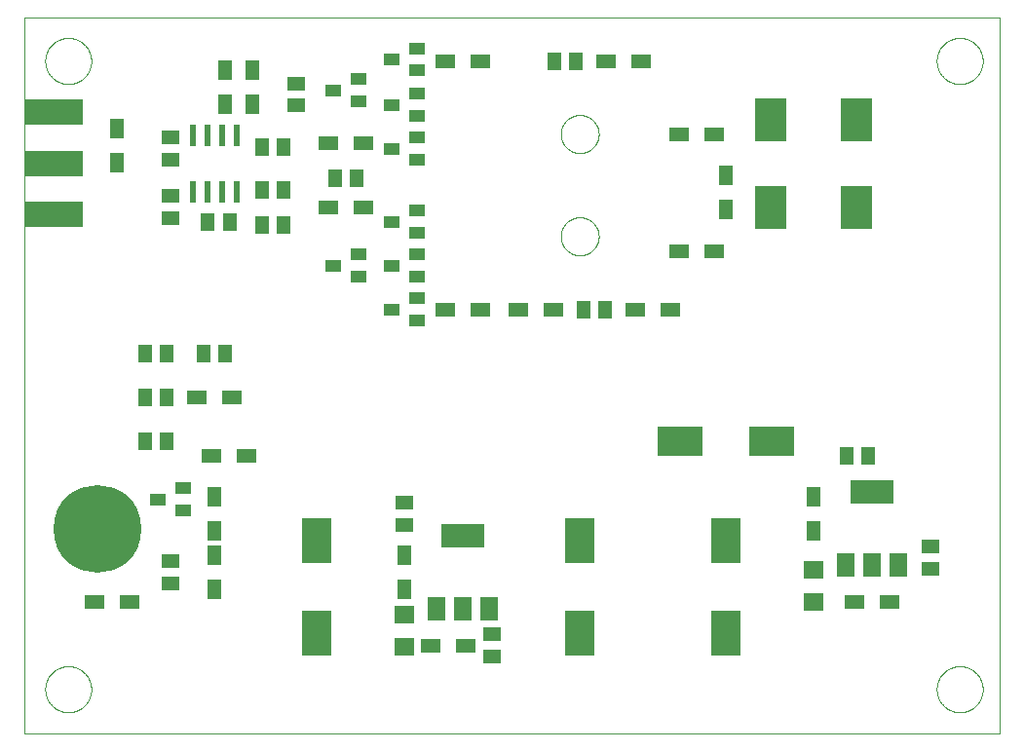
<source format=gtp>
G75*
%MOIN*%
%OFA0B0*%
%FSLAX25Y25*%
%IPPOS*%
%LPD*%
%AMOC8*
5,1,8,0,0,1.08239X$1,22.5*
%
%ADD10C,0.00000*%
%ADD11R,0.05118X0.05906*%
%ADD12R,0.05906X0.05118*%
%ADD13R,0.07087X0.04724*%
%ADD14R,0.04724X0.07087*%
%ADD15R,0.05512X0.03937*%
%ADD16R,0.02200X0.07800*%
%ADD17R,0.20000X0.09000*%
%ADD18R,0.15748X0.09843*%
%ADD19R,0.09843X0.15748*%
%ADD20R,0.07087X0.06299*%
%ADD21R,0.05906X0.07874*%
%ADD22R,0.14961X0.07874*%
%ADD23R,0.11024X0.14961*%
%ADD24C,0.30000*%
D10*
X0098342Y0038933D02*
X0098342Y0283894D01*
X0432043Y0283894D01*
X0432043Y0038933D01*
X0098342Y0038933D01*
X0105468Y0053933D02*
X0105470Y0054126D01*
X0105477Y0054319D01*
X0105489Y0054512D01*
X0105506Y0054705D01*
X0105527Y0054897D01*
X0105553Y0055088D01*
X0105584Y0055279D01*
X0105619Y0055469D01*
X0105659Y0055658D01*
X0105704Y0055846D01*
X0105753Y0056033D01*
X0105807Y0056219D01*
X0105865Y0056403D01*
X0105928Y0056586D01*
X0105996Y0056767D01*
X0106067Y0056946D01*
X0106144Y0057124D01*
X0106224Y0057300D01*
X0106309Y0057473D01*
X0106398Y0057645D01*
X0106491Y0057814D01*
X0106588Y0057981D01*
X0106690Y0058146D01*
X0106795Y0058308D01*
X0106904Y0058467D01*
X0107018Y0058624D01*
X0107135Y0058777D01*
X0107255Y0058928D01*
X0107380Y0059076D01*
X0107508Y0059221D01*
X0107639Y0059362D01*
X0107774Y0059501D01*
X0107913Y0059636D01*
X0108054Y0059767D01*
X0108199Y0059895D01*
X0108347Y0060020D01*
X0108498Y0060140D01*
X0108651Y0060257D01*
X0108808Y0060371D01*
X0108967Y0060480D01*
X0109129Y0060585D01*
X0109294Y0060687D01*
X0109461Y0060784D01*
X0109630Y0060877D01*
X0109802Y0060966D01*
X0109975Y0061051D01*
X0110151Y0061131D01*
X0110329Y0061208D01*
X0110508Y0061279D01*
X0110689Y0061347D01*
X0110872Y0061410D01*
X0111056Y0061468D01*
X0111242Y0061522D01*
X0111429Y0061571D01*
X0111617Y0061616D01*
X0111806Y0061656D01*
X0111996Y0061691D01*
X0112187Y0061722D01*
X0112378Y0061748D01*
X0112570Y0061769D01*
X0112763Y0061786D01*
X0112956Y0061798D01*
X0113149Y0061805D01*
X0113342Y0061807D01*
X0113535Y0061805D01*
X0113728Y0061798D01*
X0113921Y0061786D01*
X0114114Y0061769D01*
X0114306Y0061748D01*
X0114497Y0061722D01*
X0114688Y0061691D01*
X0114878Y0061656D01*
X0115067Y0061616D01*
X0115255Y0061571D01*
X0115442Y0061522D01*
X0115628Y0061468D01*
X0115812Y0061410D01*
X0115995Y0061347D01*
X0116176Y0061279D01*
X0116355Y0061208D01*
X0116533Y0061131D01*
X0116709Y0061051D01*
X0116882Y0060966D01*
X0117054Y0060877D01*
X0117223Y0060784D01*
X0117390Y0060687D01*
X0117555Y0060585D01*
X0117717Y0060480D01*
X0117876Y0060371D01*
X0118033Y0060257D01*
X0118186Y0060140D01*
X0118337Y0060020D01*
X0118485Y0059895D01*
X0118630Y0059767D01*
X0118771Y0059636D01*
X0118910Y0059501D01*
X0119045Y0059362D01*
X0119176Y0059221D01*
X0119304Y0059076D01*
X0119429Y0058928D01*
X0119549Y0058777D01*
X0119666Y0058624D01*
X0119780Y0058467D01*
X0119889Y0058308D01*
X0119994Y0058146D01*
X0120096Y0057981D01*
X0120193Y0057814D01*
X0120286Y0057645D01*
X0120375Y0057473D01*
X0120460Y0057300D01*
X0120540Y0057124D01*
X0120617Y0056946D01*
X0120688Y0056767D01*
X0120756Y0056586D01*
X0120819Y0056403D01*
X0120877Y0056219D01*
X0120931Y0056033D01*
X0120980Y0055846D01*
X0121025Y0055658D01*
X0121065Y0055469D01*
X0121100Y0055279D01*
X0121131Y0055088D01*
X0121157Y0054897D01*
X0121178Y0054705D01*
X0121195Y0054512D01*
X0121207Y0054319D01*
X0121214Y0054126D01*
X0121216Y0053933D01*
X0121214Y0053740D01*
X0121207Y0053547D01*
X0121195Y0053354D01*
X0121178Y0053161D01*
X0121157Y0052969D01*
X0121131Y0052778D01*
X0121100Y0052587D01*
X0121065Y0052397D01*
X0121025Y0052208D01*
X0120980Y0052020D01*
X0120931Y0051833D01*
X0120877Y0051647D01*
X0120819Y0051463D01*
X0120756Y0051280D01*
X0120688Y0051099D01*
X0120617Y0050920D01*
X0120540Y0050742D01*
X0120460Y0050566D01*
X0120375Y0050393D01*
X0120286Y0050221D01*
X0120193Y0050052D01*
X0120096Y0049885D01*
X0119994Y0049720D01*
X0119889Y0049558D01*
X0119780Y0049399D01*
X0119666Y0049242D01*
X0119549Y0049089D01*
X0119429Y0048938D01*
X0119304Y0048790D01*
X0119176Y0048645D01*
X0119045Y0048504D01*
X0118910Y0048365D01*
X0118771Y0048230D01*
X0118630Y0048099D01*
X0118485Y0047971D01*
X0118337Y0047846D01*
X0118186Y0047726D01*
X0118033Y0047609D01*
X0117876Y0047495D01*
X0117717Y0047386D01*
X0117555Y0047281D01*
X0117390Y0047179D01*
X0117223Y0047082D01*
X0117054Y0046989D01*
X0116882Y0046900D01*
X0116709Y0046815D01*
X0116533Y0046735D01*
X0116355Y0046658D01*
X0116176Y0046587D01*
X0115995Y0046519D01*
X0115812Y0046456D01*
X0115628Y0046398D01*
X0115442Y0046344D01*
X0115255Y0046295D01*
X0115067Y0046250D01*
X0114878Y0046210D01*
X0114688Y0046175D01*
X0114497Y0046144D01*
X0114306Y0046118D01*
X0114114Y0046097D01*
X0113921Y0046080D01*
X0113728Y0046068D01*
X0113535Y0046061D01*
X0113342Y0046059D01*
X0113149Y0046061D01*
X0112956Y0046068D01*
X0112763Y0046080D01*
X0112570Y0046097D01*
X0112378Y0046118D01*
X0112187Y0046144D01*
X0111996Y0046175D01*
X0111806Y0046210D01*
X0111617Y0046250D01*
X0111429Y0046295D01*
X0111242Y0046344D01*
X0111056Y0046398D01*
X0110872Y0046456D01*
X0110689Y0046519D01*
X0110508Y0046587D01*
X0110329Y0046658D01*
X0110151Y0046735D01*
X0109975Y0046815D01*
X0109802Y0046900D01*
X0109630Y0046989D01*
X0109461Y0047082D01*
X0109294Y0047179D01*
X0109129Y0047281D01*
X0108967Y0047386D01*
X0108808Y0047495D01*
X0108651Y0047609D01*
X0108498Y0047726D01*
X0108347Y0047846D01*
X0108199Y0047971D01*
X0108054Y0048099D01*
X0107913Y0048230D01*
X0107774Y0048365D01*
X0107639Y0048504D01*
X0107508Y0048645D01*
X0107380Y0048790D01*
X0107255Y0048938D01*
X0107135Y0049089D01*
X0107018Y0049242D01*
X0106904Y0049399D01*
X0106795Y0049558D01*
X0106690Y0049720D01*
X0106588Y0049885D01*
X0106491Y0050052D01*
X0106398Y0050221D01*
X0106309Y0050393D01*
X0106224Y0050566D01*
X0106144Y0050742D01*
X0106067Y0050920D01*
X0105996Y0051099D01*
X0105928Y0051280D01*
X0105865Y0051463D01*
X0105807Y0051647D01*
X0105753Y0051833D01*
X0105704Y0052020D01*
X0105659Y0052208D01*
X0105619Y0052397D01*
X0105584Y0052587D01*
X0105553Y0052778D01*
X0105527Y0052969D01*
X0105506Y0053161D01*
X0105489Y0053354D01*
X0105477Y0053547D01*
X0105470Y0053740D01*
X0105468Y0053933D01*
X0281842Y0208933D02*
X0281844Y0209094D01*
X0281850Y0209254D01*
X0281860Y0209415D01*
X0281874Y0209575D01*
X0281892Y0209735D01*
X0281913Y0209894D01*
X0281939Y0210053D01*
X0281969Y0210211D01*
X0282002Y0210368D01*
X0282040Y0210525D01*
X0282081Y0210680D01*
X0282126Y0210834D01*
X0282175Y0210987D01*
X0282228Y0211139D01*
X0282284Y0211290D01*
X0282345Y0211439D01*
X0282408Y0211587D01*
X0282476Y0211733D01*
X0282547Y0211877D01*
X0282621Y0212019D01*
X0282699Y0212160D01*
X0282781Y0212298D01*
X0282866Y0212435D01*
X0282954Y0212569D01*
X0283046Y0212701D01*
X0283141Y0212831D01*
X0283239Y0212959D01*
X0283340Y0213084D01*
X0283444Y0213206D01*
X0283551Y0213326D01*
X0283661Y0213443D01*
X0283774Y0213558D01*
X0283890Y0213669D01*
X0284009Y0213778D01*
X0284130Y0213883D01*
X0284254Y0213986D01*
X0284380Y0214086D01*
X0284508Y0214182D01*
X0284639Y0214275D01*
X0284773Y0214365D01*
X0284908Y0214452D01*
X0285046Y0214535D01*
X0285185Y0214615D01*
X0285327Y0214691D01*
X0285470Y0214764D01*
X0285615Y0214833D01*
X0285762Y0214899D01*
X0285910Y0214961D01*
X0286060Y0215019D01*
X0286211Y0215074D01*
X0286364Y0215125D01*
X0286518Y0215172D01*
X0286673Y0215215D01*
X0286829Y0215254D01*
X0286985Y0215290D01*
X0287143Y0215321D01*
X0287301Y0215349D01*
X0287460Y0215373D01*
X0287620Y0215393D01*
X0287780Y0215409D01*
X0287940Y0215421D01*
X0288101Y0215429D01*
X0288262Y0215433D01*
X0288422Y0215433D01*
X0288583Y0215429D01*
X0288744Y0215421D01*
X0288904Y0215409D01*
X0289064Y0215393D01*
X0289224Y0215373D01*
X0289383Y0215349D01*
X0289541Y0215321D01*
X0289699Y0215290D01*
X0289855Y0215254D01*
X0290011Y0215215D01*
X0290166Y0215172D01*
X0290320Y0215125D01*
X0290473Y0215074D01*
X0290624Y0215019D01*
X0290774Y0214961D01*
X0290922Y0214899D01*
X0291069Y0214833D01*
X0291214Y0214764D01*
X0291357Y0214691D01*
X0291499Y0214615D01*
X0291638Y0214535D01*
X0291776Y0214452D01*
X0291911Y0214365D01*
X0292045Y0214275D01*
X0292176Y0214182D01*
X0292304Y0214086D01*
X0292430Y0213986D01*
X0292554Y0213883D01*
X0292675Y0213778D01*
X0292794Y0213669D01*
X0292910Y0213558D01*
X0293023Y0213443D01*
X0293133Y0213326D01*
X0293240Y0213206D01*
X0293344Y0213084D01*
X0293445Y0212959D01*
X0293543Y0212831D01*
X0293638Y0212701D01*
X0293730Y0212569D01*
X0293818Y0212435D01*
X0293903Y0212298D01*
X0293985Y0212160D01*
X0294063Y0212019D01*
X0294137Y0211877D01*
X0294208Y0211733D01*
X0294276Y0211587D01*
X0294339Y0211439D01*
X0294400Y0211290D01*
X0294456Y0211139D01*
X0294509Y0210987D01*
X0294558Y0210834D01*
X0294603Y0210680D01*
X0294644Y0210525D01*
X0294682Y0210368D01*
X0294715Y0210211D01*
X0294745Y0210053D01*
X0294771Y0209894D01*
X0294792Y0209735D01*
X0294810Y0209575D01*
X0294824Y0209415D01*
X0294834Y0209254D01*
X0294840Y0209094D01*
X0294842Y0208933D01*
X0294840Y0208772D01*
X0294834Y0208612D01*
X0294824Y0208451D01*
X0294810Y0208291D01*
X0294792Y0208131D01*
X0294771Y0207972D01*
X0294745Y0207813D01*
X0294715Y0207655D01*
X0294682Y0207498D01*
X0294644Y0207341D01*
X0294603Y0207186D01*
X0294558Y0207032D01*
X0294509Y0206879D01*
X0294456Y0206727D01*
X0294400Y0206576D01*
X0294339Y0206427D01*
X0294276Y0206279D01*
X0294208Y0206133D01*
X0294137Y0205989D01*
X0294063Y0205847D01*
X0293985Y0205706D01*
X0293903Y0205568D01*
X0293818Y0205431D01*
X0293730Y0205297D01*
X0293638Y0205165D01*
X0293543Y0205035D01*
X0293445Y0204907D01*
X0293344Y0204782D01*
X0293240Y0204660D01*
X0293133Y0204540D01*
X0293023Y0204423D01*
X0292910Y0204308D01*
X0292794Y0204197D01*
X0292675Y0204088D01*
X0292554Y0203983D01*
X0292430Y0203880D01*
X0292304Y0203780D01*
X0292176Y0203684D01*
X0292045Y0203591D01*
X0291911Y0203501D01*
X0291776Y0203414D01*
X0291638Y0203331D01*
X0291499Y0203251D01*
X0291357Y0203175D01*
X0291214Y0203102D01*
X0291069Y0203033D01*
X0290922Y0202967D01*
X0290774Y0202905D01*
X0290624Y0202847D01*
X0290473Y0202792D01*
X0290320Y0202741D01*
X0290166Y0202694D01*
X0290011Y0202651D01*
X0289855Y0202612D01*
X0289699Y0202576D01*
X0289541Y0202545D01*
X0289383Y0202517D01*
X0289224Y0202493D01*
X0289064Y0202473D01*
X0288904Y0202457D01*
X0288744Y0202445D01*
X0288583Y0202437D01*
X0288422Y0202433D01*
X0288262Y0202433D01*
X0288101Y0202437D01*
X0287940Y0202445D01*
X0287780Y0202457D01*
X0287620Y0202473D01*
X0287460Y0202493D01*
X0287301Y0202517D01*
X0287143Y0202545D01*
X0286985Y0202576D01*
X0286829Y0202612D01*
X0286673Y0202651D01*
X0286518Y0202694D01*
X0286364Y0202741D01*
X0286211Y0202792D01*
X0286060Y0202847D01*
X0285910Y0202905D01*
X0285762Y0202967D01*
X0285615Y0203033D01*
X0285470Y0203102D01*
X0285327Y0203175D01*
X0285185Y0203251D01*
X0285046Y0203331D01*
X0284908Y0203414D01*
X0284773Y0203501D01*
X0284639Y0203591D01*
X0284508Y0203684D01*
X0284380Y0203780D01*
X0284254Y0203880D01*
X0284130Y0203983D01*
X0284009Y0204088D01*
X0283890Y0204197D01*
X0283774Y0204308D01*
X0283661Y0204423D01*
X0283551Y0204540D01*
X0283444Y0204660D01*
X0283340Y0204782D01*
X0283239Y0204907D01*
X0283141Y0205035D01*
X0283046Y0205165D01*
X0282954Y0205297D01*
X0282866Y0205431D01*
X0282781Y0205568D01*
X0282699Y0205706D01*
X0282621Y0205847D01*
X0282547Y0205989D01*
X0282476Y0206133D01*
X0282408Y0206279D01*
X0282345Y0206427D01*
X0282284Y0206576D01*
X0282228Y0206727D01*
X0282175Y0206879D01*
X0282126Y0207032D01*
X0282081Y0207186D01*
X0282040Y0207341D01*
X0282002Y0207498D01*
X0281969Y0207655D01*
X0281939Y0207813D01*
X0281913Y0207972D01*
X0281892Y0208131D01*
X0281874Y0208291D01*
X0281860Y0208451D01*
X0281850Y0208612D01*
X0281844Y0208772D01*
X0281842Y0208933D01*
X0281842Y0243933D02*
X0281844Y0244094D01*
X0281850Y0244254D01*
X0281860Y0244415D01*
X0281874Y0244575D01*
X0281892Y0244735D01*
X0281913Y0244894D01*
X0281939Y0245053D01*
X0281969Y0245211D01*
X0282002Y0245368D01*
X0282040Y0245525D01*
X0282081Y0245680D01*
X0282126Y0245834D01*
X0282175Y0245987D01*
X0282228Y0246139D01*
X0282284Y0246290D01*
X0282345Y0246439D01*
X0282408Y0246587D01*
X0282476Y0246733D01*
X0282547Y0246877D01*
X0282621Y0247019D01*
X0282699Y0247160D01*
X0282781Y0247298D01*
X0282866Y0247435D01*
X0282954Y0247569D01*
X0283046Y0247701D01*
X0283141Y0247831D01*
X0283239Y0247959D01*
X0283340Y0248084D01*
X0283444Y0248206D01*
X0283551Y0248326D01*
X0283661Y0248443D01*
X0283774Y0248558D01*
X0283890Y0248669D01*
X0284009Y0248778D01*
X0284130Y0248883D01*
X0284254Y0248986D01*
X0284380Y0249086D01*
X0284508Y0249182D01*
X0284639Y0249275D01*
X0284773Y0249365D01*
X0284908Y0249452D01*
X0285046Y0249535D01*
X0285185Y0249615D01*
X0285327Y0249691D01*
X0285470Y0249764D01*
X0285615Y0249833D01*
X0285762Y0249899D01*
X0285910Y0249961D01*
X0286060Y0250019D01*
X0286211Y0250074D01*
X0286364Y0250125D01*
X0286518Y0250172D01*
X0286673Y0250215D01*
X0286829Y0250254D01*
X0286985Y0250290D01*
X0287143Y0250321D01*
X0287301Y0250349D01*
X0287460Y0250373D01*
X0287620Y0250393D01*
X0287780Y0250409D01*
X0287940Y0250421D01*
X0288101Y0250429D01*
X0288262Y0250433D01*
X0288422Y0250433D01*
X0288583Y0250429D01*
X0288744Y0250421D01*
X0288904Y0250409D01*
X0289064Y0250393D01*
X0289224Y0250373D01*
X0289383Y0250349D01*
X0289541Y0250321D01*
X0289699Y0250290D01*
X0289855Y0250254D01*
X0290011Y0250215D01*
X0290166Y0250172D01*
X0290320Y0250125D01*
X0290473Y0250074D01*
X0290624Y0250019D01*
X0290774Y0249961D01*
X0290922Y0249899D01*
X0291069Y0249833D01*
X0291214Y0249764D01*
X0291357Y0249691D01*
X0291499Y0249615D01*
X0291638Y0249535D01*
X0291776Y0249452D01*
X0291911Y0249365D01*
X0292045Y0249275D01*
X0292176Y0249182D01*
X0292304Y0249086D01*
X0292430Y0248986D01*
X0292554Y0248883D01*
X0292675Y0248778D01*
X0292794Y0248669D01*
X0292910Y0248558D01*
X0293023Y0248443D01*
X0293133Y0248326D01*
X0293240Y0248206D01*
X0293344Y0248084D01*
X0293445Y0247959D01*
X0293543Y0247831D01*
X0293638Y0247701D01*
X0293730Y0247569D01*
X0293818Y0247435D01*
X0293903Y0247298D01*
X0293985Y0247160D01*
X0294063Y0247019D01*
X0294137Y0246877D01*
X0294208Y0246733D01*
X0294276Y0246587D01*
X0294339Y0246439D01*
X0294400Y0246290D01*
X0294456Y0246139D01*
X0294509Y0245987D01*
X0294558Y0245834D01*
X0294603Y0245680D01*
X0294644Y0245525D01*
X0294682Y0245368D01*
X0294715Y0245211D01*
X0294745Y0245053D01*
X0294771Y0244894D01*
X0294792Y0244735D01*
X0294810Y0244575D01*
X0294824Y0244415D01*
X0294834Y0244254D01*
X0294840Y0244094D01*
X0294842Y0243933D01*
X0294840Y0243772D01*
X0294834Y0243612D01*
X0294824Y0243451D01*
X0294810Y0243291D01*
X0294792Y0243131D01*
X0294771Y0242972D01*
X0294745Y0242813D01*
X0294715Y0242655D01*
X0294682Y0242498D01*
X0294644Y0242341D01*
X0294603Y0242186D01*
X0294558Y0242032D01*
X0294509Y0241879D01*
X0294456Y0241727D01*
X0294400Y0241576D01*
X0294339Y0241427D01*
X0294276Y0241279D01*
X0294208Y0241133D01*
X0294137Y0240989D01*
X0294063Y0240847D01*
X0293985Y0240706D01*
X0293903Y0240568D01*
X0293818Y0240431D01*
X0293730Y0240297D01*
X0293638Y0240165D01*
X0293543Y0240035D01*
X0293445Y0239907D01*
X0293344Y0239782D01*
X0293240Y0239660D01*
X0293133Y0239540D01*
X0293023Y0239423D01*
X0292910Y0239308D01*
X0292794Y0239197D01*
X0292675Y0239088D01*
X0292554Y0238983D01*
X0292430Y0238880D01*
X0292304Y0238780D01*
X0292176Y0238684D01*
X0292045Y0238591D01*
X0291911Y0238501D01*
X0291776Y0238414D01*
X0291638Y0238331D01*
X0291499Y0238251D01*
X0291357Y0238175D01*
X0291214Y0238102D01*
X0291069Y0238033D01*
X0290922Y0237967D01*
X0290774Y0237905D01*
X0290624Y0237847D01*
X0290473Y0237792D01*
X0290320Y0237741D01*
X0290166Y0237694D01*
X0290011Y0237651D01*
X0289855Y0237612D01*
X0289699Y0237576D01*
X0289541Y0237545D01*
X0289383Y0237517D01*
X0289224Y0237493D01*
X0289064Y0237473D01*
X0288904Y0237457D01*
X0288744Y0237445D01*
X0288583Y0237437D01*
X0288422Y0237433D01*
X0288262Y0237433D01*
X0288101Y0237437D01*
X0287940Y0237445D01*
X0287780Y0237457D01*
X0287620Y0237473D01*
X0287460Y0237493D01*
X0287301Y0237517D01*
X0287143Y0237545D01*
X0286985Y0237576D01*
X0286829Y0237612D01*
X0286673Y0237651D01*
X0286518Y0237694D01*
X0286364Y0237741D01*
X0286211Y0237792D01*
X0286060Y0237847D01*
X0285910Y0237905D01*
X0285762Y0237967D01*
X0285615Y0238033D01*
X0285470Y0238102D01*
X0285327Y0238175D01*
X0285185Y0238251D01*
X0285046Y0238331D01*
X0284908Y0238414D01*
X0284773Y0238501D01*
X0284639Y0238591D01*
X0284508Y0238684D01*
X0284380Y0238780D01*
X0284254Y0238880D01*
X0284130Y0238983D01*
X0284009Y0239088D01*
X0283890Y0239197D01*
X0283774Y0239308D01*
X0283661Y0239423D01*
X0283551Y0239540D01*
X0283444Y0239660D01*
X0283340Y0239782D01*
X0283239Y0239907D01*
X0283141Y0240035D01*
X0283046Y0240165D01*
X0282954Y0240297D01*
X0282866Y0240431D01*
X0282781Y0240568D01*
X0282699Y0240706D01*
X0282621Y0240847D01*
X0282547Y0240989D01*
X0282476Y0241133D01*
X0282408Y0241279D01*
X0282345Y0241427D01*
X0282284Y0241576D01*
X0282228Y0241727D01*
X0282175Y0241879D01*
X0282126Y0242032D01*
X0282081Y0242186D01*
X0282040Y0242341D01*
X0282002Y0242498D01*
X0281969Y0242655D01*
X0281939Y0242813D01*
X0281913Y0242972D01*
X0281892Y0243131D01*
X0281874Y0243291D01*
X0281860Y0243451D01*
X0281850Y0243612D01*
X0281844Y0243772D01*
X0281842Y0243933D01*
X0410468Y0268933D02*
X0410470Y0269126D01*
X0410477Y0269319D01*
X0410489Y0269512D01*
X0410506Y0269705D01*
X0410527Y0269897D01*
X0410553Y0270088D01*
X0410584Y0270279D01*
X0410619Y0270469D01*
X0410659Y0270658D01*
X0410704Y0270846D01*
X0410753Y0271033D01*
X0410807Y0271219D01*
X0410865Y0271403D01*
X0410928Y0271586D01*
X0410996Y0271767D01*
X0411067Y0271946D01*
X0411144Y0272124D01*
X0411224Y0272300D01*
X0411309Y0272473D01*
X0411398Y0272645D01*
X0411491Y0272814D01*
X0411588Y0272981D01*
X0411690Y0273146D01*
X0411795Y0273308D01*
X0411904Y0273467D01*
X0412018Y0273624D01*
X0412135Y0273777D01*
X0412255Y0273928D01*
X0412380Y0274076D01*
X0412508Y0274221D01*
X0412639Y0274362D01*
X0412774Y0274501D01*
X0412913Y0274636D01*
X0413054Y0274767D01*
X0413199Y0274895D01*
X0413347Y0275020D01*
X0413498Y0275140D01*
X0413651Y0275257D01*
X0413808Y0275371D01*
X0413967Y0275480D01*
X0414129Y0275585D01*
X0414294Y0275687D01*
X0414461Y0275784D01*
X0414630Y0275877D01*
X0414802Y0275966D01*
X0414975Y0276051D01*
X0415151Y0276131D01*
X0415329Y0276208D01*
X0415508Y0276279D01*
X0415689Y0276347D01*
X0415872Y0276410D01*
X0416056Y0276468D01*
X0416242Y0276522D01*
X0416429Y0276571D01*
X0416617Y0276616D01*
X0416806Y0276656D01*
X0416996Y0276691D01*
X0417187Y0276722D01*
X0417378Y0276748D01*
X0417570Y0276769D01*
X0417763Y0276786D01*
X0417956Y0276798D01*
X0418149Y0276805D01*
X0418342Y0276807D01*
X0418535Y0276805D01*
X0418728Y0276798D01*
X0418921Y0276786D01*
X0419114Y0276769D01*
X0419306Y0276748D01*
X0419497Y0276722D01*
X0419688Y0276691D01*
X0419878Y0276656D01*
X0420067Y0276616D01*
X0420255Y0276571D01*
X0420442Y0276522D01*
X0420628Y0276468D01*
X0420812Y0276410D01*
X0420995Y0276347D01*
X0421176Y0276279D01*
X0421355Y0276208D01*
X0421533Y0276131D01*
X0421709Y0276051D01*
X0421882Y0275966D01*
X0422054Y0275877D01*
X0422223Y0275784D01*
X0422390Y0275687D01*
X0422555Y0275585D01*
X0422717Y0275480D01*
X0422876Y0275371D01*
X0423033Y0275257D01*
X0423186Y0275140D01*
X0423337Y0275020D01*
X0423485Y0274895D01*
X0423630Y0274767D01*
X0423771Y0274636D01*
X0423910Y0274501D01*
X0424045Y0274362D01*
X0424176Y0274221D01*
X0424304Y0274076D01*
X0424429Y0273928D01*
X0424549Y0273777D01*
X0424666Y0273624D01*
X0424780Y0273467D01*
X0424889Y0273308D01*
X0424994Y0273146D01*
X0425096Y0272981D01*
X0425193Y0272814D01*
X0425286Y0272645D01*
X0425375Y0272473D01*
X0425460Y0272300D01*
X0425540Y0272124D01*
X0425617Y0271946D01*
X0425688Y0271767D01*
X0425756Y0271586D01*
X0425819Y0271403D01*
X0425877Y0271219D01*
X0425931Y0271033D01*
X0425980Y0270846D01*
X0426025Y0270658D01*
X0426065Y0270469D01*
X0426100Y0270279D01*
X0426131Y0270088D01*
X0426157Y0269897D01*
X0426178Y0269705D01*
X0426195Y0269512D01*
X0426207Y0269319D01*
X0426214Y0269126D01*
X0426216Y0268933D01*
X0426214Y0268740D01*
X0426207Y0268547D01*
X0426195Y0268354D01*
X0426178Y0268161D01*
X0426157Y0267969D01*
X0426131Y0267778D01*
X0426100Y0267587D01*
X0426065Y0267397D01*
X0426025Y0267208D01*
X0425980Y0267020D01*
X0425931Y0266833D01*
X0425877Y0266647D01*
X0425819Y0266463D01*
X0425756Y0266280D01*
X0425688Y0266099D01*
X0425617Y0265920D01*
X0425540Y0265742D01*
X0425460Y0265566D01*
X0425375Y0265393D01*
X0425286Y0265221D01*
X0425193Y0265052D01*
X0425096Y0264885D01*
X0424994Y0264720D01*
X0424889Y0264558D01*
X0424780Y0264399D01*
X0424666Y0264242D01*
X0424549Y0264089D01*
X0424429Y0263938D01*
X0424304Y0263790D01*
X0424176Y0263645D01*
X0424045Y0263504D01*
X0423910Y0263365D01*
X0423771Y0263230D01*
X0423630Y0263099D01*
X0423485Y0262971D01*
X0423337Y0262846D01*
X0423186Y0262726D01*
X0423033Y0262609D01*
X0422876Y0262495D01*
X0422717Y0262386D01*
X0422555Y0262281D01*
X0422390Y0262179D01*
X0422223Y0262082D01*
X0422054Y0261989D01*
X0421882Y0261900D01*
X0421709Y0261815D01*
X0421533Y0261735D01*
X0421355Y0261658D01*
X0421176Y0261587D01*
X0420995Y0261519D01*
X0420812Y0261456D01*
X0420628Y0261398D01*
X0420442Y0261344D01*
X0420255Y0261295D01*
X0420067Y0261250D01*
X0419878Y0261210D01*
X0419688Y0261175D01*
X0419497Y0261144D01*
X0419306Y0261118D01*
X0419114Y0261097D01*
X0418921Y0261080D01*
X0418728Y0261068D01*
X0418535Y0261061D01*
X0418342Y0261059D01*
X0418149Y0261061D01*
X0417956Y0261068D01*
X0417763Y0261080D01*
X0417570Y0261097D01*
X0417378Y0261118D01*
X0417187Y0261144D01*
X0416996Y0261175D01*
X0416806Y0261210D01*
X0416617Y0261250D01*
X0416429Y0261295D01*
X0416242Y0261344D01*
X0416056Y0261398D01*
X0415872Y0261456D01*
X0415689Y0261519D01*
X0415508Y0261587D01*
X0415329Y0261658D01*
X0415151Y0261735D01*
X0414975Y0261815D01*
X0414802Y0261900D01*
X0414630Y0261989D01*
X0414461Y0262082D01*
X0414294Y0262179D01*
X0414129Y0262281D01*
X0413967Y0262386D01*
X0413808Y0262495D01*
X0413651Y0262609D01*
X0413498Y0262726D01*
X0413347Y0262846D01*
X0413199Y0262971D01*
X0413054Y0263099D01*
X0412913Y0263230D01*
X0412774Y0263365D01*
X0412639Y0263504D01*
X0412508Y0263645D01*
X0412380Y0263790D01*
X0412255Y0263938D01*
X0412135Y0264089D01*
X0412018Y0264242D01*
X0411904Y0264399D01*
X0411795Y0264558D01*
X0411690Y0264720D01*
X0411588Y0264885D01*
X0411491Y0265052D01*
X0411398Y0265221D01*
X0411309Y0265393D01*
X0411224Y0265566D01*
X0411144Y0265742D01*
X0411067Y0265920D01*
X0410996Y0266099D01*
X0410928Y0266280D01*
X0410865Y0266463D01*
X0410807Y0266647D01*
X0410753Y0266833D01*
X0410704Y0267020D01*
X0410659Y0267208D01*
X0410619Y0267397D01*
X0410584Y0267587D01*
X0410553Y0267778D01*
X0410527Y0267969D01*
X0410506Y0268161D01*
X0410489Y0268354D01*
X0410477Y0268547D01*
X0410470Y0268740D01*
X0410468Y0268933D01*
X0105468Y0268933D02*
X0105470Y0269126D01*
X0105477Y0269319D01*
X0105489Y0269512D01*
X0105506Y0269705D01*
X0105527Y0269897D01*
X0105553Y0270088D01*
X0105584Y0270279D01*
X0105619Y0270469D01*
X0105659Y0270658D01*
X0105704Y0270846D01*
X0105753Y0271033D01*
X0105807Y0271219D01*
X0105865Y0271403D01*
X0105928Y0271586D01*
X0105996Y0271767D01*
X0106067Y0271946D01*
X0106144Y0272124D01*
X0106224Y0272300D01*
X0106309Y0272473D01*
X0106398Y0272645D01*
X0106491Y0272814D01*
X0106588Y0272981D01*
X0106690Y0273146D01*
X0106795Y0273308D01*
X0106904Y0273467D01*
X0107018Y0273624D01*
X0107135Y0273777D01*
X0107255Y0273928D01*
X0107380Y0274076D01*
X0107508Y0274221D01*
X0107639Y0274362D01*
X0107774Y0274501D01*
X0107913Y0274636D01*
X0108054Y0274767D01*
X0108199Y0274895D01*
X0108347Y0275020D01*
X0108498Y0275140D01*
X0108651Y0275257D01*
X0108808Y0275371D01*
X0108967Y0275480D01*
X0109129Y0275585D01*
X0109294Y0275687D01*
X0109461Y0275784D01*
X0109630Y0275877D01*
X0109802Y0275966D01*
X0109975Y0276051D01*
X0110151Y0276131D01*
X0110329Y0276208D01*
X0110508Y0276279D01*
X0110689Y0276347D01*
X0110872Y0276410D01*
X0111056Y0276468D01*
X0111242Y0276522D01*
X0111429Y0276571D01*
X0111617Y0276616D01*
X0111806Y0276656D01*
X0111996Y0276691D01*
X0112187Y0276722D01*
X0112378Y0276748D01*
X0112570Y0276769D01*
X0112763Y0276786D01*
X0112956Y0276798D01*
X0113149Y0276805D01*
X0113342Y0276807D01*
X0113535Y0276805D01*
X0113728Y0276798D01*
X0113921Y0276786D01*
X0114114Y0276769D01*
X0114306Y0276748D01*
X0114497Y0276722D01*
X0114688Y0276691D01*
X0114878Y0276656D01*
X0115067Y0276616D01*
X0115255Y0276571D01*
X0115442Y0276522D01*
X0115628Y0276468D01*
X0115812Y0276410D01*
X0115995Y0276347D01*
X0116176Y0276279D01*
X0116355Y0276208D01*
X0116533Y0276131D01*
X0116709Y0276051D01*
X0116882Y0275966D01*
X0117054Y0275877D01*
X0117223Y0275784D01*
X0117390Y0275687D01*
X0117555Y0275585D01*
X0117717Y0275480D01*
X0117876Y0275371D01*
X0118033Y0275257D01*
X0118186Y0275140D01*
X0118337Y0275020D01*
X0118485Y0274895D01*
X0118630Y0274767D01*
X0118771Y0274636D01*
X0118910Y0274501D01*
X0119045Y0274362D01*
X0119176Y0274221D01*
X0119304Y0274076D01*
X0119429Y0273928D01*
X0119549Y0273777D01*
X0119666Y0273624D01*
X0119780Y0273467D01*
X0119889Y0273308D01*
X0119994Y0273146D01*
X0120096Y0272981D01*
X0120193Y0272814D01*
X0120286Y0272645D01*
X0120375Y0272473D01*
X0120460Y0272300D01*
X0120540Y0272124D01*
X0120617Y0271946D01*
X0120688Y0271767D01*
X0120756Y0271586D01*
X0120819Y0271403D01*
X0120877Y0271219D01*
X0120931Y0271033D01*
X0120980Y0270846D01*
X0121025Y0270658D01*
X0121065Y0270469D01*
X0121100Y0270279D01*
X0121131Y0270088D01*
X0121157Y0269897D01*
X0121178Y0269705D01*
X0121195Y0269512D01*
X0121207Y0269319D01*
X0121214Y0269126D01*
X0121216Y0268933D01*
X0121214Y0268740D01*
X0121207Y0268547D01*
X0121195Y0268354D01*
X0121178Y0268161D01*
X0121157Y0267969D01*
X0121131Y0267778D01*
X0121100Y0267587D01*
X0121065Y0267397D01*
X0121025Y0267208D01*
X0120980Y0267020D01*
X0120931Y0266833D01*
X0120877Y0266647D01*
X0120819Y0266463D01*
X0120756Y0266280D01*
X0120688Y0266099D01*
X0120617Y0265920D01*
X0120540Y0265742D01*
X0120460Y0265566D01*
X0120375Y0265393D01*
X0120286Y0265221D01*
X0120193Y0265052D01*
X0120096Y0264885D01*
X0119994Y0264720D01*
X0119889Y0264558D01*
X0119780Y0264399D01*
X0119666Y0264242D01*
X0119549Y0264089D01*
X0119429Y0263938D01*
X0119304Y0263790D01*
X0119176Y0263645D01*
X0119045Y0263504D01*
X0118910Y0263365D01*
X0118771Y0263230D01*
X0118630Y0263099D01*
X0118485Y0262971D01*
X0118337Y0262846D01*
X0118186Y0262726D01*
X0118033Y0262609D01*
X0117876Y0262495D01*
X0117717Y0262386D01*
X0117555Y0262281D01*
X0117390Y0262179D01*
X0117223Y0262082D01*
X0117054Y0261989D01*
X0116882Y0261900D01*
X0116709Y0261815D01*
X0116533Y0261735D01*
X0116355Y0261658D01*
X0116176Y0261587D01*
X0115995Y0261519D01*
X0115812Y0261456D01*
X0115628Y0261398D01*
X0115442Y0261344D01*
X0115255Y0261295D01*
X0115067Y0261250D01*
X0114878Y0261210D01*
X0114688Y0261175D01*
X0114497Y0261144D01*
X0114306Y0261118D01*
X0114114Y0261097D01*
X0113921Y0261080D01*
X0113728Y0261068D01*
X0113535Y0261061D01*
X0113342Y0261059D01*
X0113149Y0261061D01*
X0112956Y0261068D01*
X0112763Y0261080D01*
X0112570Y0261097D01*
X0112378Y0261118D01*
X0112187Y0261144D01*
X0111996Y0261175D01*
X0111806Y0261210D01*
X0111617Y0261250D01*
X0111429Y0261295D01*
X0111242Y0261344D01*
X0111056Y0261398D01*
X0110872Y0261456D01*
X0110689Y0261519D01*
X0110508Y0261587D01*
X0110329Y0261658D01*
X0110151Y0261735D01*
X0109975Y0261815D01*
X0109802Y0261900D01*
X0109630Y0261989D01*
X0109461Y0262082D01*
X0109294Y0262179D01*
X0109129Y0262281D01*
X0108967Y0262386D01*
X0108808Y0262495D01*
X0108651Y0262609D01*
X0108498Y0262726D01*
X0108347Y0262846D01*
X0108199Y0262971D01*
X0108054Y0263099D01*
X0107913Y0263230D01*
X0107774Y0263365D01*
X0107639Y0263504D01*
X0107508Y0263645D01*
X0107380Y0263790D01*
X0107255Y0263938D01*
X0107135Y0264089D01*
X0107018Y0264242D01*
X0106904Y0264399D01*
X0106795Y0264558D01*
X0106690Y0264720D01*
X0106588Y0264885D01*
X0106491Y0265052D01*
X0106398Y0265221D01*
X0106309Y0265393D01*
X0106224Y0265566D01*
X0106144Y0265742D01*
X0106067Y0265920D01*
X0105996Y0266099D01*
X0105928Y0266280D01*
X0105865Y0266463D01*
X0105807Y0266647D01*
X0105753Y0266833D01*
X0105704Y0267020D01*
X0105659Y0267208D01*
X0105619Y0267397D01*
X0105584Y0267587D01*
X0105553Y0267778D01*
X0105527Y0267969D01*
X0105506Y0268161D01*
X0105489Y0268354D01*
X0105477Y0268547D01*
X0105470Y0268740D01*
X0105468Y0268933D01*
X0098342Y0255933D02*
X0098342Y0211933D01*
X0410468Y0053933D02*
X0410470Y0054126D01*
X0410477Y0054319D01*
X0410489Y0054512D01*
X0410506Y0054705D01*
X0410527Y0054897D01*
X0410553Y0055088D01*
X0410584Y0055279D01*
X0410619Y0055469D01*
X0410659Y0055658D01*
X0410704Y0055846D01*
X0410753Y0056033D01*
X0410807Y0056219D01*
X0410865Y0056403D01*
X0410928Y0056586D01*
X0410996Y0056767D01*
X0411067Y0056946D01*
X0411144Y0057124D01*
X0411224Y0057300D01*
X0411309Y0057473D01*
X0411398Y0057645D01*
X0411491Y0057814D01*
X0411588Y0057981D01*
X0411690Y0058146D01*
X0411795Y0058308D01*
X0411904Y0058467D01*
X0412018Y0058624D01*
X0412135Y0058777D01*
X0412255Y0058928D01*
X0412380Y0059076D01*
X0412508Y0059221D01*
X0412639Y0059362D01*
X0412774Y0059501D01*
X0412913Y0059636D01*
X0413054Y0059767D01*
X0413199Y0059895D01*
X0413347Y0060020D01*
X0413498Y0060140D01*
X0413651Y0060257D01*
X0413808Y0060371D01*
X0413967Y0060480D01*
X0414129Y0060585D01*
X0414294Y0060687D01*
X0414461Y0060784D01*
X0414630Y0060877D01*
X0414802Y0060966D01*
X0414975Y0061051D01*
X0415151Y0061131D01*
X0415329Y0061208D01*
X0415508Y0061279D01*
X0415689Y0061347D01*
X0415872Y0061410D01*
X0416056Y0061468D01*
X0416242Y0061522D01*
X0416429Y0061571D01*
X0416617Y0061616D01*
X0416806Y0061656D01*
X0416996Y0061691D01*
X0417187Y0061722D01*
X0417378Y0061748D01*
X0417570Y0061769D01*
X0417763Y0061786D01*
X0417956Y0061798D01*
X0418149Y0061805D01*
X0418342Y0061807D01*
X0418535Y0061805D01*
X0418728Y0061798D01*
X0418921Y0061786D01*
X0419114Y0061769D01*
X0419306Y0061748D01*
X0419497Y0061722D01*
X0419688Y0061691D01*
X0419878Y0061656D01*
X0420067Y0061616D01*
X0420255Y0061571D01*
X0420442Y0061522D01*
X0420628Y0061468D01*
X0420812Y0061410D01*
X0420995Y0061347D01*
X0421176Y0061279D01*
X0421355Y0061208D01*
X0421533Y0061131D01*
X0421709Y0061051D01*
X0421882Y0060966D01*
X0422054Y0060877D01*
X0422223Y0060784D01*
X0422390Y0060687D01*
X0422555Y0060585D01*
X0422717Y0060480D01*
X0422876Y0060371D01*
X0423033Y0060257D01*
X0423186Y0060140D01*
X0423337Y0060020D01*
X0423485Y0059895D01*
X0423630Y0059767D01*
X0423771Y0059636D01*
X0423910Y0059501D01*
X0424045Y0059362D01*
X0424176Y0059221D01*
X0424304Y0059076D01*
X0424429Y0058928D01*
X0424549Y0058777D01*
X0424666Y0058624D01*
X0424780Y0058467D01*
X0424889Y0058308D01*
X0424994Y0058146D01*
X0425096Y0057981D01*
X0425193Y0057814D01*
X0425286Y0057645D01*
X0425375Y0057473D01*
X0425460Y0057300D01*
X0425540Y0057124D01*
X0425617Y0056946D01*
X0425688Y0056767D01*
X0425756Y0056586D01*
X0425819Y0056403D01*
X0425877Y0056219D01*
X0425931Y0056033D01*
X0425980Y0055846D01*
X0426025Y0055658D01*
X0426065Y0055469D01*
X0426100Y0055279D01*
X0426131Y0055088D01*
X0426157Y0054897D01*
X0426178Y0054705D01*
X0426195Y0054512D01*
X0426207Y0054319D01*
X0426214Y0054126D01*
X0426216Y0053933D01*
X0426214Y0053740D01*
X0426207Y0053547D01*
X0426195Y0053354D01*
X0426178Y0053161D01*
X0426157Y0052969D01*
X0426131Y0052778D01*
X0426100Y0052587D01*
X0426065Y0052397D01*
X0426025Y0052208D01*
X0425980Y0052020D01*
X0425931Y0051833D01*
X0425877Y0051647D01*
X0425819Y0051463D01*
X0425756Y0051280D01*
X0425688Y0051099D01*
X0425617Y0050920D01*
X0425540Y0050742D01*
X0425460Y0050566D01*
X0425375Y0050393D01*
X0425286Y0050221D01*
X0425193Y0050052D01*
X0425096Y0049885D01*
X0424994Y0049720D01*
X0424889Y0049558D01*
X0424780Y0049399D01*
X0424666Y0049242D01*
X0424549Y0049089D01*
X0424429Y0048938D01*
X0424304Y0048790D01*
X0424176Y0048645D01*
X0424045Y0048504D01*
X0423910Y0048365D01*
X0423771Y0048230D01*
X0423630Y0048099D01*
X0423485Y0047971D01*
X0423337Y0047846D01*
X0423186Y0047726D01*
X0423033Y0047609D01*
X0422876Y0047495D01*
X0422717Y0047386D01*
X0422555Y0047281D01*
X0422390Y0047179D01*
X0422223Y0047082D01*
X0422054Y0046989D01*
X0421882Y0046900D01*
X0421709Y0046815D01*
X0421533Y0046735D01*
X0421355Y0046658D01*
X0421176Y0046587D01*
X0420995Y0046519D01*
X0420812Y0046456D01*
X0420628Y0046398D01*
X0420442Y0046344D01*
X0420255Y0046295D01*
X0420067Y0046250D01*
X0419878Y0046210D01*
X0419688Y0046175D01*
X0419497Y0046144D01*
X0419306Y0046118D01*
X0419114Y0046097D01*
X0418921Y0046080D01*
X0418728Y0046068D01*
X0418535Y0046061D01*
X0418342Y0046059D01*
X0418149Y0046061D01*
X0417956Y0046068D01*
X0417763Y0046080D01*
X0417570Y0046097D01*
X0417378Y0046118D01*
X0417187Y0046144D01*
X0416996Y0046175D01*
X0416806Y0046210D01*
X0416617Y0046250D01*
X0416429Y0046295D01*
X0416242Y0046344D01*
X0416056Y0046398D01*
X0415872Y0046456D01*
X0415689Y0046519D01*
X0415508Y0046587D01*
X0415329Y0046658D01*
X0415151Y0046735D01*
X0414975Y0046815D01*
X0414802Y0046900D01*
X0414630Y0046989D01*
X0414461Y0047082D01*
X0414294Y0047179D01*
X0414129Y0047281D01*
X0413967Y0047386D01*
X0413808Y0047495D01*
X0413651Y0047609D01*
X0413498Y0047726D01*
X0413347Y0047846D01*
X0413199Y0047971D01*
X0413054Y0048099D01*
X0412913Y0048230D01*
X0412774Y0048365D01*
X0412639Y0048504D01*
X0412508Y0048645D01*
X0412380Y0048790D01*
X0412255Y0048938D01*
X0412135Y0049089D01*
X0412018Y0049242D01*
X0411904Y0049399D01*
X0411795Y0049558D01*
X0411690Y0049720D01*
X0411588Y0049885D01*
X0411491Y0050052D01*
X0411398Y0050221D01*
X0411309Y0050393D01*
X0411224Y0050566D01*
X0411144Y0050742D01*
X0411067Y0050920D01*
X0410996Y0051099D01*
X0410928Y0051280D01*
X0410865Y0051463D01*
X0410807Y0051647D01*
X0410753Y0051833D01*
X0410704Y0052020D01*
X0410659Y0052208D01*
X0410619Y0052397D01*
X0410584Y0052587D01*
X0410553Y0052778D01*
X0410527Y0052969D01*
X0410506Y0053161D01*
X0410489Y0053354D01*
X0410477Y0053547D01*
X0410470Y0053740D01*
X0410468Y0053933D01*
D11*
X0387082Y0133933D03*
X0379602Y0133933D03*
X0297082Y0183933D03*
X0289602Y0183933D03*
X0212082Y0228933D03*
X0204602Y0228933D03*
X0187082Y0224933D03*
X0179602Y0224933D03*
X0179602Y0212933D03*
X0187082Y0212933D03*
X0168582Y0213933D03*
X0161102Y0213933D03*
X0179602Y0239433D03*
X0187082Y0239433D03*
X0279602Y0268933D03*
X0287082Y0268933D03*
X0167082Y0168933D03*
X0159602Y0168933D03*
X0147082Y0168933D03*
X0139602Y0168933D03*
X0139602Y0153933D03*
X0147082Y0153933D03*
X0147082Y0138933D03*
X0139602Y0138933D03*
D12*
X0148342Y0097673D03*
X0148342Y0090193D03*
X0228342Y0110193D03*
X0228342Y0117673D03*
X0258342Y0072673D03*
X0258342Y0065193D03*
X0408342Y0095193D03*
X0408342Y0102673D03*
X0191342Y0253693D03*
X0191342Y0261173D03*
X0148342Y0242673D03*
X0148342Y0235193D03*
X0148342Y0222673D03*
X0148342Y0215193D03*
D13*
X0202440Y0218933D03*
X0214243Y0218933D03*
X0214243Y0240933D03*
X0202440Y0240933D03*
X0242440Y0268933D03*
X0254243Y0268933D03*
X0297440Y0268933D03*
X0309243Y0268933D03*
X0322440Y0243933D03*
X0334243Y0243933D03*
X0334243Y0203933D03*
X0322440Y0203933D03*
X0319243Y0183933D03*
X0307440Y0183933D03*
X0279243Y0183933D03*
X0267440Y0183933D03*
X0254243Y0183933D03*
X0242440Y0183933D03*
X0169243Y0153933D03*
X0157440Y0153933D03*
X0162440Y0133933D03*
X0174243Y0133933D03*
X0134243Y0083933D03*
X0122440Y0083933D03*
X0237440Y0068933D03*
X0249243Y0068933D03*
X0382440Y0083933D03*
X0394243Y0083933D03*
D14*
X0368342Y0108031D03*
X0368342Y0119835D03*
X0228342Y0099835D03*
X0228342Y0088031D03*
X0163342Y0088031D03*
X0163342Y0099835D03*
X0163342Y0108031D03*
X0163342Y0119835D03*
X0129842Y0234031D03*
X0129842Y0245835D03*
X0166842Y0254031D03*
X0176342Y0254031D03*
X0176342Y0265835D03*
X0166842Y0265835D03*
X0338342Y0229835D03*
X0338342Y0218031D03*
D15*
X0232673Y0217673D03*
X0224011Y0213933D03*
X0232673Y0210193D03*
X0232673Y0202673D03*
X0224011Y0198933D03*
X0232673Y0195193D03*
X0232673Y0187673D03*
X0224011Y0183933D03*
X0232673Y0180193D03*
X0212673Y0195193D03*
X0204011Y0198933D03*
X0212673Y0202673D03*
X0232673Y0235193D03*
X0224011Y0238933D03*
X0232673Y0242673D03*
X0232673Y0250193D03*
X0224011Y0253933D03*
X0232673Y0257673D03*
X0232673Y0265693D03*
X0224011Y0269433D03*
X0232673Y0273173D03*
X0212673Y0262673D03*
X0212673Y0255193D03*
X0204011Y0258933D03*
X0152673Y0122673D03*
X0152673Y0115193D03*
X0144011Y0118933D03*
D16*
X0155842Y0224233D03*
X0160842Y0224233D03*
X0165842Y0224233D03*
X0170842Y0224233D03*
X0170842Y0243633D03*
X0165842Y0243633D03*
X0160842Y0243633D03*
X0155842Y0243633D03*
D17*
X0108442Y0251333D03*
X0108442Y0233933D03*
X0108442Y0216533D03*
D18*
X0322594Y0138933D03*
X0354090Y0138933D03*
D19*
X0338342Y0104681D03*
X0338342Y0073185D03*
X0288342Y0073185D03*
X0288342Y0104681D03*
X0198342Y0104681D03*
X0198342Y0073185D03*
D20*
X0228342Y0068421D03*
X0228342Y0079445D03*
X0368342Y0083933D03*
X0368342Y0094957D03*
D21*
X0379287Y0096531D03*
X0388342Y0096531D03*
X0397397Y0096531D03*
X0257397Y0081531D03*
X0248342Y0081531D03*
X0239287Y0081531D03*
D22*
X0248342Y0106335D03*
X0388342Y0121335D03*
D23*
X0382909Y0218933D03*
X0353775Y0218933D03*
X0353775Y0248933D03*
X0382909Y0248933D03*
D24*
X0123342Y0108933D03*
M02*

</source>
